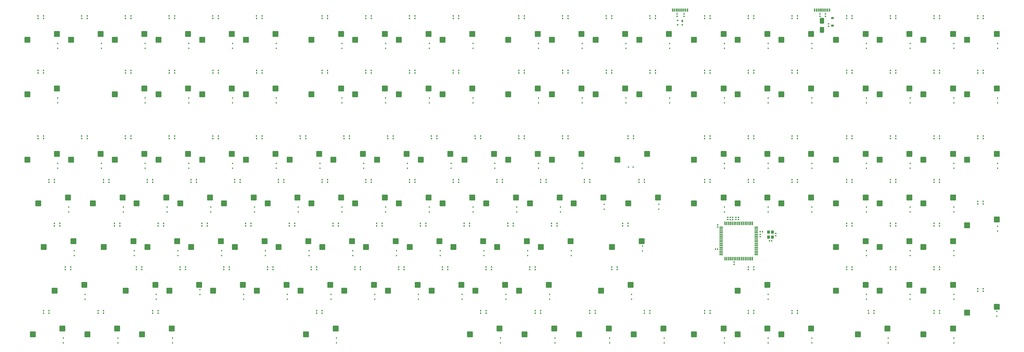
<source format=gbr>
%TF.GenerationSoftware,KiCad,Pcbnew,7.0.3*%
%TF.CreationDate,2023-05-19T09:12:57-04:00*%
%TF.ProjectId,100p-keebored,31303070-2d6b-4656-9562-6f7265642e6b,rev?*%
%TF.SameCoordinates,Original*%
%TF.FileFunction,Paste,Bot*%
%TF.FilePolarity,Positive*%
%FSLAX46Y46*%
G04 Gerber Fmt 4.6, Leading zero omitted, Abs format (unit mm)*
G04 Created by KiCad (PCBNEW 7.0.3) date 2023-05-19 09:12:57*
%MOMM*%
%LPD*%
G01*
G04 APERTURE LIST*
G04 Aperture macros list*
%AMRoundRect*
0 Rectangle with rounded corners*
0 $1 Rounding radius*
0 $2 $3 $4 $5 $6 $7 $8 $9 X,Y pos of 4 corners*
0 Add a 4 corners polygon primitive as box body*
4,1,4,$2,$3,$4,$5,$6,$7,$8,$9,$2,$3,0*
0 Add four circle primitives for the rounded corners*
1,1,$1+$1,$2,$3*
1,1,$1+$1,$4,$5*
1,1,$1+$1,$6,$7*
1,1,$1+$1,$8,$9*
0 Add four rect primitives between the rounded corners*
20,1,$1+$1,$2,$3,$4,$5,0*
20,1,$1+$1,$4,$5,$6,$7,0*
20,1,$1+$1,$6,$7,$8,$9,0*
20,1,$1+$1,$8,$9,$2,$3,0*%
G04 Aperture macros list end*
%ADD10RoundRect,0.250000X1.025000X1.000000X-1.025000X1.000000X-1.025000X-1.000000X1.025000X-1.000000X0*%
%ADD11RoundRect,0.112500X0.112500X-0.187500X0.112500X0.187500X-0.112500X0.187500X-0.112500X-0.187500X0*%
%ADD12RoundRect,0.118750X0.118750X0.231250X-0.118750X0.231250X-0.118750X-0.231250X0.118750X-0.231250X0*%
%ADD13RoundRect,0.125000X0.125000X0.225000X-0.125000X0.225000X-0.125000X-0.225000X0.125000X-0.225000X0*%
%ADD14RoundRect,0.118750X-0.118750X-0.231250X0.118750X-0.231250X0.118750X0.231250X-0.118750X0.231250X0*%
%ADD15RoundRect,0.125000X-0.125000X-0.225000X0.125000X-0.225000X0.125000X0.225000X-0.125000X0.225000X0*%
%ADD16RoundRect,0.135000X-0.185000X0.135000X-0.185000X-0.135000X0.185000X-0.135000X0.185000X0.135000X0*%
%ADD17RoundRect,0.147500X0.172500X-0.147500X0.172500X0.147500X-0.172500X0.147500X-0.172500X-0.147500X0*%
%ADD18RoundRect,0.135000X0.185000X-0.135000X0.185000X0.135000X-0.185000X0.135000X-0.185000X-0.135000X0*%
%ADD19RoundRect,0.140000X0.170000X-0.140000X0.170000X0.140000X-0.170000X0.140000X-0.170000X-0.140000X0*%
%ADD20RoundRect,0.140000X-0.170000X0.140000X-0.170000X-0.140000X0.170000X-0.140000X0.170000X0.140000X0*%
%ADD21R,0.700000X1.000000*%
%ADD22R,0.700000X0.600000*%
%ADD23RoundRect,0.140000X0.140000X0.170000X-0.140000X0.170000X-0.140000X-0.170000X0.140000X-0.170000X0*%
%ADD24R,0.600000X1.450000*%
%ADD25R,0.300000X1.450000*%
%ADD26R,0.550000X1.500000*%
%ADD27R,1.500000X0.550000*%
%ADD28RoundRect,0.135000X0.135000X0.185000X-0.135000X0.185000X-0.135000X-0.185000X0.135000X-0.185000X0*%
%ADD29RoundRect,0.250000X-0.650000X1.000000X-0.650000X-1.000000X0.650000X-1.000000X0.650000X1.000000X0*%
%ADD30RoundRect,0.225000X0.375000X-0.225000X0.375000X0.225000X-0.375000X0.225000X-0.375000X-0.225000X0*%
%ADD31R,1.200000X1.400000*%
%ADD32RoundRect,0.112500X-0.187500X-0.112500X0.187500X-0.112500X0.187500X0.112500X-0.187500X0.112500X0*%
G04 APERTURE END LIST*
D10*
%TO.C,SW10*%
X262736000Y-79044800D03*
X249809000Y-81584800D03*
%TD*%
%TO.C,SW127*%
X410373500Y-207632300D03*
X397446500Y-210172300D03*
%TD*%
%TO.C,SW96*%
X336554750Y-169532300D03*
X323627750Y-172072300D03*
%TD*%
%TO.C,SW78*%
X391323500Y-150482300D03*
X378396500Y-153022300D03*
%TD*%
%TO.C,SW115*%
X472286000Y-188582300D03*
X459359000Y-191122300D03*
%TD*%
%TO.C,SW73*%
X281786000Y-150482300D03*
X268859000Y-153022300D03*
%TD*%
%TO.C,SW50*%
X234161000Y-131432300D03*
X221234000Y-133972300D03*
%TD*%
%TO.C,SW69*%
X205586000Y-150482300D03*
X192659000Y-153022300D03*
%TD*%
%TO.C,SW19*%
X453236000Y-79044800D03*
X440309000Y-81584800D03*
%TD*%
%TO.C,SW125*%
X372273500Y-207632300D03*
X359346500Y-210172300D03*
%TD*%
%TO.C,SW76*%
X343698500Y-150482300D03*
X330771500Y-153022300D03*
%TD*%
%TO.C,SW4*%
X138911000Y-79044800D03*
X125984000Y-81584800D03*
%TD*%
%TO.C,SW51*%
X253211000Y-131432300D03*
X240284000Y-133972300D03*
%TD*%
%TO.C,SW12*%
X310361000Y-79044800D03*
X297434000Y-81584800D03*
%TD*%
%TO.C,SW71*%
X243686000Y-150482300D03*
X230759000Y-153022300D03*
%TD*%
%TO.C,SW126*%
X391323500Y-207632300D03*
X378396500Y-210172300D03*
%TD*%
%TO.C,SW119*%
X131767250Y-207632300D03*
X118840250Y-210172300D03*
%TD*%
%TO.C,SW107*%
X238923500Y-188582300D03*
X225996500Y-191122300D03*
%TD*%
%TO.C,SW27*%
X205586000Y-102857300D03*
X192659000Y-105397300D03*
%TD*%
%TO.C,SW48*%
X196061000Y-131432300D03*
X183134000Y-133972300D03*
%TD*%
%TO.C,SW81*%
X453236000Y-150482300D03*
X440309000Y-153022300D03*
%TD*%
%TO.C,SW24*%
X138911000Y-102857300D03*
X125984000Y-105397300D03*
%TD*%
%TO.C,SW62*%
X491336000Y-131432300D03*
X478409000Y-133972300D03*
%TD*%
%TO.C,SW23*%
X119861000Y-102857300D03*
X106934000Y-105397300D03*
%TD*%
%TO.C,SW88*%
X172248500Y-169532300D03*
X159321500Y-172072300D03*
%TD*%
%TO.C,SW105*%
X200823500Y-188582300D03*
X187896500Y-191122300D03*
%TD*%
%TO.C,SW8*%
X224636000Y-79044800D03*
X211709000Y-81584800D03*
%TD*%
%TO.C,SW117*%
X84142250Y-207632300D03*
X71215250Y-210172300D03*
%TD*%
%TO.C,SW79*%
X410373500Y-150482300D03*
X397446500Y-153022300D03*
%TD*%
%TO.C,SW66*%
X148436000Y-150482300D03*
X135509000Y-153022300D03*
%TD*%
%TO.C,SW30*%
X262736000Y-102857300D03*
X249809000Y-105397300D03*
%TD*%
%TO.C,SW87*%
X153198500Y-169532300D03*
X140271500Y-172072300D03*
%TD*%
%TO.C,SW68*%
X186536000Y-150482300D03*
X173609000Y-153022300D03*
%TD*%
%TO.C,SW15*%
X372273500Y-79044800D03*
X359346500Y-81584800D03*
%TD*%
%TO.C,SW25*%
X157961000Y-102857300D03*
X145034000Y-105397300D03*
%TD*%
%TO.C,SW89*%
X191298500Y-169532300D03*
X178371500Y-172072300D03*
%TD*%
%TO.C,SW39*%
X453236000Y-102857300D03*
X440309000Y-105397300D03*
%TD*%
%TO.C,SW102*%
X143673500Y-188582300D03*
X130746500Y-191122300D03*
%TD*%
%TO.C,SW70*%
X224636000Y-150482300D03*
X211709000Y-153022300D03*
%TD*%
%TO.C,SW77*%
X372273500Y-150482300D03*
X359346500Y-153022300D03*
%TD*%
%TO.C,SW59*%
X434186000Y-131432300D03*
X421259000Y-133972300D03*
%TD*%
%TO.C,SW114*%
X453236000Y-188582300D03*
X440309000Y-191122300D03*
%TD*%
%TO.C,SW11*%
X291311000Y-79044800D03*
X278384000Y-81584800D03*
%TD*%
%TO.C,SW22*%
X81761000Y-102857300D03*
X68834000Y-105397300D03*
%TD*%
%TO.C,SW61*%
X472286000Y-131432300D03*
X459359000Y-133972300D03*
%TD*%
%TO.C,SW6*%
X177011000Y-79044800D03*
X164084000Y-81584800D03*
%TD*%
%TO.C,SW97*%
X434186000Y-169532300D03*
X421259000Y-172072300D03*
%TD*%
%TO.C,SW21*%
X491336000Y-79044800D03*
X478409000Y-81584800D03*
%TD*%
%TO.C,SW29*%
X243686000Y-102857300D03*
X230759000Y-105397300D03*
%TD*%
%TO.C,SW63*%
X86523500Y-150482300D03*
X73596500Y-153022300D03*
%TD*%
%TO.C,SW124*%
X346079750Y-207632300D03*
X333152750Y-210172300D03*
%TD*%
%TO.C,SW17*%
X410373500Y-79044800D03*
X397446500Y-81584800D03*
%TD*%
%TO.C,SW49*%
X215111000Y-131432300D03*
X202184000Y-133972300D03*
%TD*%
%TO.C,SW122*%
X298454750Y-207632300D03*
X285527750Y-210172300D03*
%TD*%
%TO.C,SW16*%
X391323500Y-79044800D03*
X378396500Y-81584800D03*
%TD*%
%TO.C,SW120*%
X203204750Y-207632300D03*
X190277750Y-210172300D03*
%TD*%
%TO.C,SW26*%
X177011000Y-102857300D03*
X164084000Y-105397300D03*
%TD*%
%TO.C,SW82*%
X472286000Y-150482300D03*
X459359000Y-153022300D03*
%TD*%
%TO.C,SW58*%
X410373500Y-131432300D03*
X397446500Y-133972300D03*
%TD*%
%TO.C,SW86*%
X134148500Y-169532300D03*
X121221500Y-172072300D03*
%TD*%
%TO.C,SW84*%
X88904750Y-169532300D03*
X75977750Y-172072300D03*
%TD*%
%TO.C,SW37*%
X410373500Y-102857300D03*
X397446500Y-105397300D03*
%TD*%
%TO.C,SW90*%
X210348500Y-169532300D03*
X197421500Y-172072300D03*
%TD*%
%TO.C,SW9*%
X243686000Y-79044800D03*
X230759000Y-81584800D03*
%TD*%
%TO.C,SW18*%
X434186000Y-79044800D03*
X421259000Y-81584800D03*
%TD*%
%TO.C,SW35*%
X372273500Y-102857300D03*
X359346500Y-105397300D03*
%TD*%
%TO.C,SW34*%
X348461000Y-102857300D03*
X335534000Y-105397300D03*
%TD*%
%TO.C,SW121*%
X274642250Y-207632300D03*
X261715250Y-210172300D03*
%TD*%
%TO.C,SW46*%
X157961000Y-131432300D03*
X145034000Y-133972300D03*
%TD*%
%TO.C,SW74*%
X300836000Y-150482300D03*
X287909000Y-153022300D03*
%TD*%
%TO.C,SW47*%
X177011000Y-131432300D03*
X164084000Y-133972300D03*
%TD*%
%TO.C,SW80*%
X434186000Y-150482300D03*
X421259000Y-153022300D03*
%TD*%
%TO.C,SW32*%
X310361000Y-102857300D03*
X297434000Y-105397300D03*
%TD*%
%TO.C,SW110*%
X296073500Y-188582300D03*
X283146500Y-191122300D03*
%TD*%
%TO.C,SW2*%
X100811000Y-79044800D03*
X87884000Y-81584800D03*
%TD*%
%TO.C,SW129*%
X472286000Y-207632300D03*
X459359000Y-210172300D03*
%TD*%
%TO.C,SW123*%
X322267250Y-207632300D03*
X309340250Y-210172300D03*
%TD*%
%TO.C,SW98*%
X453236000Y-169532300D03*
X440309000Y-172072300D03*
%TD*%
%TO.C,SW95*%
X305598500Y-169532300D03*
X292671500Y-172072300D03*
%TD*%
%TO.C,SW14*%
X348461000Y-79044800D03*
X335534000Y-81584800D03*
%TD*%
%TO.C,SW57*%
X391323500Y-131432300D03*
X378396500Y-133972300D03*
%TD*%
%TO.C,SW104*%
X181773500Y-188582300D03*
X168846500Y-191122300D03*
%TD*%
%TO.C,SW13*%
X329411000Y-79044800D03*
X316484000Y-81584800D03*
%TD*%
%TO.C,SW112*%
X391323480Y-188582272D03*
X378396480Y-191122272D03*
%TD*%
%TO.C,SW100*%
X93667250Y-188582300D03*
X80740250Y-191122300D03*
%TD*%
%TO.C,SW99*%
X472286000Y-169532300D03*
X459359000Y-172072300D03*
%TD*%
%TO.C,SW45*%
X138911000Y-131432300D03*
X125984000Y-133972300D03*
%TD*%
%TO.C,SW5*%
X157961000Y-79044800D03*
X145034000Y-81584800D03*
%TD*%
%TO.C,SW94*%
X286548500Y-169532300D03*
X273621500Y-172072300D03*
%TD*%
%TO.C,SW101*%
X124623500Y-188582300D03*
X111696500Y-191122300D03*
%TD*%
%TO.C,SW56*%
X372273500Y-131432300D03*
X359346500Y-133972300D03*
%TD*%
%TO.C,SW28*%
X224636000Y-102857300D03*
X211709000Y-105397300D03*
%TD*%
%TO.C,SW43*%
X100811000Y-131432300D03*
X87884000Y-133972300D03*
%TD*%
%TO.C,SW31*%
X291311000Y-102857300D03*
X278384000Y-105397300D03*
%TD*%
%TO.C,SW52*%
X272261000Y-131432300D03*
X259334000Y-133972300D03*
%TD*%
%TO.C,SW103*%
X162723500Y-188582300D03*
X149796500Y-191122300D03*
%TD*%
%TO.C,SW91*%
X229398500Y-169532300D03*
X216471500Y-172072300D03*
%TD*%
%TO.C,SW36*%
X391323500Y-102857300D03*
X378396500Y-105397300D03*
%TD*%
%TO.C,SW44*%
X119861000Y-131432300D03*
X106934000Y-133972300D03*
%TD*%
%TO.C,SW111*%
X331792250Y-188582300D03*
X318865250Y-191122300D03*
%TD*%
%TO.C,SW85*%
X115098500Y-169532300D03*
X102171500Y-172072300D03*
%TD*%
%TO.C,SW54*%
X310361000Y-131432300D03*
X297434000Y-133972300D03*
%TD*%
%TO.C,SW41*%
X491336000Y-102857300D03*
X478409000Y-105397300D03*
%TD*%
%TO.C,SW93*%
X267498500Y-169532300D03*
X254571500Y-172072300D03*
%TD*%
%TO.C,SW118*%
X107954750Y-207632300D03*
X95027750Y-210172300D03*
%TD*%
%TO.C,SW75*%
X319886000Y-150482300D03*
X306959000Y-153022300D03*
%TD*%
%TO.C,SW55*%
X338936000Y-131432300D03*
X326009000Y-133972300D03*
%TD*%
%TO.C,SW42*%
X81761000Y-131432300D03*
X68834000Y-133972300D03*
%TD*%
%TO.C,SW109*%
X277023500Y-188582300D03*
X264096500Y-191122300D03*
%TD*%
%TO.C,SW83*%
X491336000Y-160007300D03*
X478409000Y-162547300D03*
%TD*%
%TO.C,SW72*%
X262736000Y-150482300D03*
X249809000Y-153022300D03*
%TD*%
%TO.C,SW20*%
X472286000Y-79044800D03*
X459359000Y-81584800D03*
%TD*%
%TO.C,SW128*%
X443711000Y-207632300D03*
X430784000Y-210172300D03*
%TD*%
%TO.C,SW67*%
X167486000Y-150482300D03*
X154559000Y-153022300D03*
%TD*%
%TO.C,SW53*%
X291311000Y-131432300D03*
X278384000Y-133972300D03*
%TD*%
%TO.C,SW92*%
X248448500Y-169532300D03*
X235521500Y-172072300D03*
%TD*%
%TO.C,SW108*%
X257973500Y-188582300D03*
X245046500Y-191122300D03*
%TD*%
%TO.C,SW1*%
X81761000Y-79044800D03*
X68834000Y-81584800D03*
%TD*%
%TO.C,SW3*%
X119861000Y-79044800D03*
X106934000Y-81584800D03*
%TD*%
%TO.C,SW113*%
X434186000Y-188582300D03*
X421259000Y-191122300D03*
%TD*%
%TO.C,SW65*%
X129386000Y-150482300D03*
X116459000Y-153022300D03*
%TD*%
%TO.C,SW60*%
X453236000Y-131432300D03*
X440309000Y-133972300D03*
%TD*%
%TO.C,SW33*%
X329411000Y-102857300D03*
X316484000Y-105397300D03*
%TD*%
%TO.C,SW64*%
X110336000Y-150482300D03*
X97409000Y-153022300D03*
%TD*%
%TO.C,SW40*%
X472286000Y-102857300D03*
X459359000Y-105397300D03*
%TD*%
%TO.C,SW116*%
X491336000Y-198107300D03*
X478409000Y-200647300D03*
%TD*%
%TO.C,SW106*%
X219873500Y-188582300D03*
X206946500Y-191122300D03*
%TD*%
%TO.C,SW38*%
X434186000Y-102857300D03*
X421259000Y-105397300D03*
%TD*%
%TO.C,SW7*%
X205586000Y-79044800D03*
X192659000Y-81584800D03*
%TD*%
D11*
%TO.C,D50*%
X234517224Y-137681276D03*
X234517224Y-135581276D03*
%TD*%
%TO.C,D16*%
X391679592Y-85293820D03*
X391679592Y-83193820D03*
%TD*%
%TO.C,D91*%
X229754728Y-175781244D03*
X229754728Y-173681244D03*
%TD*%
%TO.C,D6*%
X177367272Y-85293820D03*
X177367272Y-83193820D03*
%TD*%
%TO.C,D88*%
X172604776Y-175781244D03*
X172604776Y-173681244D03*
%TD*%
D12*
%TO.C,D250*%
X225888292Y-124679680D03*
X228263292Y-124679680D03*
X228263292Y-123579680D03*
D13*
X225875792Y-123579680D03*
%TD*%
D14*
%TO.C,D230*%
X323513212Y-95004704D03*
X321138212Y-95004704D03*
X321138212Y-96104704D03*
D15*
X323525712Y-96104704D03*
%TD*%
D11*
%TO.C,D77*%
X372629608Y-156731260D03*
X372629608Y-154631260D03*
%TD*%
D12*
%TO.C,D206*%
X168738340Y-72292224D03*
X171113340Y-72292224D03*
X171113340Y-71192224D03*
D13*
X168725840Y-71192224D03*
%TD*%
D14*
%TO.C,D312*%
X175875836Y-180729632D03*
X173500836Y-180729632D03*
X173500836Y-181829632D03*
D15*
X175888336Y-181829632D03*
%TD*%
D11*
%TO.C,D33*%
X329767144Y-109106300D03*
X329767144Y-107006300D03*
%TD*%
D16*
%TO.C,R5*%
X375159419Y-159040916D03*
X375159419Y-160060916D03*
%TD*%
D14*
%TO.C,D301*%
X466388092Y-180729632D03*
X464013092Y-180729632D03*
X464013092Y-181829632D03*
D15*
X466400592Y-181829632D03*
%TD*%
D11*
%TO.C,D35*%
X372629608Y-109106300D03*
X372629608Y-107006300D03*
%TD*%
D12*
%TO.C,D204*%
X130638372Y-72292224D03*
X133013372Y-72292224D03*
X133013372Y-71192224D03*
D13*
X130625872Y-71192224D03*
%TD*%
D12*
%TO.C,D260*%
X444963108Y-124679680D03*
X447338108Y-124679680D03*
X447338108Y-123579680D03*
D13*
X444950608Y-123579680D03*
%TD*%
D11*
%TO.C,D129*%
X472642024Y-213881212D03*
X472642024Y-211781212D03*
%TD*%
%TO.C,D63*%
X86879848Y-156731260D03*
X86879848Y-154631260D03*
%TD*%
D14*
%TO.C,D228*%
X366375676Y-95004704D03*
X364000676Y-95004704D03*
X364000676Y-96104704D03*
D15*
X366388176Y-96104704D03*
%TD*%
D11*
%TO.C,D118*%
X108311080Y-213881212D03*
X108311080Y-211781212D03*
%TD*%
D14*
%TO.C,D274*%
X256838268Y-142629664D03*
X254463268Y-142629664D03*
X254463268Y-143729664D03*
D15*
X256850768Y-143729664D03*
%TD*%
D12*
%TO.C,D286*%
X125875876Y-162779648D03*
X128250876Y-162779648D03*
X128250876Y-161679648D03*
D13*
X125863376Y-161679648D03*
%TD*%
D11*
%TO.C,D42*%
X82117352Y-137681276D03*
X82117352Y-135581276D03*
%TD*%
%TO.C,D102*%
X144029800Y-192747636D03*
X144029800Y-190647636D03*
%TD*%
D12*
%TO.C,D324*%
X337806948Y-200879616D03*
X340181948Y-200879616D03*
X340181948Y-199779616D03*
D13*
X337794448Y-199779616D03*
%TD*%
D11*
%TO.C,D120*%
X203561000Y-213881212D03*
X203561000Y-211781212D03*
%TD*%
D12*
%TO.C,D246*%
X149688356Y-124679680D03*
X152063356Y-124679680D03*
X152063356Y-123579680D03*
D13*
X149675856Y-123579680D03*
%TD*%
D12*
%TO.C,D242*%
X73488420Y-124679680D03*
X75863420Y-124679680D03*
X75863420Y-123579680D03*
D13*
X73475920Y-123579680D03*
%TD*%
D11*
%TO.C,D62*%
X491692008Y-137681276D03*
X491692008Y-135581276D03*
%TD*%
D12*
%TO.C,D292*%
X240175780Y-162779648D03*
X242550780Y-162779648D03*
X242550780Y-161679648D03*
D13*
X240163280Y-161679648D03*
%TD*%
D11*
%TO.C,D24*%
X139267304Y-109106300D03*
X139267304Y-107006300D03*
%TD*%
D17*
%TO.C,F1*%
X418058600Y-75669000D03*
X418058600Y-74699000D03*
%TD*%
D11*
%TO.C,D2*%
X101167336Y-85293820D03*
X101167336Y-83193820D03*
%TD*%
%TO.C,D48*%
X196417256Y-137681276D03*
X196417256Y-135581276D03*
%TD*%
%TO.C,D123*%
X322623400Y-213881212D03*
X322623400Y-211781212D03*
%TD*%
%TO.C,D115*%
X472642024Y-194831228D03*
X472642024Y-192731228D03*
%TD*%
D14*
%TO.C,D305*%
X325894460Y-180729632D03*
X323519460Y-180729632D03*
X323519460Y-181829632D03*
D15*
X325906960Y-181829632D03*
%TD*%
D18*
%TO.C,R6*%
X376892911Y-179570788D03*
X376892911Y-178550788D03*
%TD*%
D11*
%TO.C,D125*%
X372629608Y-213881212D03*
X372629608Y-211781212D03*
%TD*%
%TO.C,D43*%
X101167336Y-137681276D03*
X101167336Y-135581276D03*
%TD*%
D14*
%TO.C,D236*%
X199688316Y-95004704D03*
X197313316Y-95004704D03*
X197313316Y-96104704D03*
D15*
X199700816Y-96104704D03*
%TD*%
D11*
%TO.C,D126*%
X391679592Y-213881212D03*
X391679592Y-211781212D03*
%TD*%
D14*
%TO.C,D304*%
X385425660Y-180729632D03*
X383050660Y-180729632D03*
X383050660Y-181829632D03*
D15*
X385438160Y-181829632D03*
%TD*%
D11*
%TO.C,D128*%
X444067048Y-213881212D03*
X444067048Y-211781212D03*
%TD*%
%TO.C,D69*%
X205942248Y-156731260D03*
X205942248Y-154631260D03*
%TD*%
%TO.C,D82*%
X472642024Y-156731260D03*
X472642024Y-154631260D03*
%TD*%
D14*
%TO.C,D275*%
X237788284Y-142629664D03*
X235413284Y-142629664D03*
X235413284Y-143729664D03*
D15*
X237800784Y-143729664D03*
%TD*%
D11*
%TO.C,D28*%
X224992232Y-109106300D03*
X224992232Y-107006300D03*
%TD*%
D19*
%TO.C,C1*%
X394967220Y-167104000D03*
X394967220Y-166144000D03*
%TD*%
D11*
%TO.C,D26*%
X177367272Y-109106300D03*
X177367272Y-107006300D03*
%TD*%
%TO.C,D112*%
X391679592Y-194831228D03*
X391679592Y-192731228D03*
%TD*%
D19*
%TO.C,C4*%
X374117623Y-160030916D03*
X374117623Y-159070916D03*
%TD*%
D14*
%TO.C,D279*%
X161588348Y-142629664D03*
X159213348Y-142629664D03*
X159213348Y-143729664D03*
D15*
X161600848Y-143729664D03*
%TD*%
D11*
%TO.C,D22*%
X82117352Y-109106300D03*
X82117352Y-107006300D03*
%TD*%
D12*
%TO.C,D262*%
X483063076Y-124679680D03*
X485438076Y-124679680D03*
X485438076Y-123579680D03*
D13*
X483050576Y-123579680D03*
%TD*%
D20*
%TO.C,C8*%
X377689495Y-159070916D03*
X377689495Y-160030916D03*
%TD*%
D11*
%TO.C,D96*%
X336910888Y-173697652D03*
X336910888Y-171597652D03*
%TD*%
D12*
%TO.C,D257*%
X383050660Y-124679680D03*
X385425660Y-124679680D03*
X385425660Y-123579680D03*
D13*
X383038160Y-123579680D03*
%TD*%
D12*
%TO.C,D291*%
X221125796Y-162779648D03*
X223500796Y-162779648D03*
X223500796Y-161679648D03*
D13*
X221113296Y-161679648D03*
%TD*%
D11*
%TO.C,D114*%
X453592040Y-194831228D03*
X453592040Y-192731228D03*
%TD*%
D14*
%TO.C,D270*%
X337800700Y-142629664D03*
X335425700Y-142629664D03*
X335425700Y-143729664D03*
D15*
X337813200Y-143729664D03*
%TD*%
D14*
%TO.C,D232*%
X285413244Y-95004704D03*
X283038244Y-95004704D03*
X283038244Y-96104704D03*
D15*
X285425744Y-96104704D03*
%TD*%
D12*
%TO.C,D220*%
X464013092Y-72292224D03*
X466388092Y-72292224D03*
X466388092Y-71192224D03*
D13*
X464000592Y-71192224D03*
%TD*%
D12*
%TO.C,D217*%
X402100644Y-72292224D03*
X404475644Y-72292224D03*
X404475644Y-71192224D03*
D13*
X402088144Y-71192224D03*
%TD*%
D11*
%TO.C,D3*%
X120217320Y-85293820D03*
X120217320Y-83193820D03*
%TD*%
D14*
%TO.C,D272*%
X294938236Y-142629664D03*
X292563236Y-142629664D03*
X292563236Y-143729664D03*
D15*
X294950736Y-143729664D03*
%TD*%
D11*
%TO.C,D103*%
X163079784Y-194831228D03*
X163079784Y-192731228D03*
%TD*%
D12*
%TO.C,D327*%
X402100644Y-200879616D03*
X404475644Y-200879616D03*
X404475644Y-199779616D03*
D13*
X402088144Y-199779616D03*
%TD*%
D11*
%TO.C,D23*%
X120217320Y-109106300D03*
X120217320Y-107006300D03*
%TD*%
D12*
%TO.C,D245*%
X130638372Y-124679680D03*
X133013372Y-124679680D03*
X133013372Y-123579680D03*
D13*
X130625872Y-123579680D03*
%TD*%
D21*
%TO.C,D200*%
X354282250Y-73373550D03*
D22*
X354282250Y-75073550D03*
X352282250Y-75073550D03*
X352282250Y-73173550D03*
%TD*%
D11*
%TO.C,D73*%
X282142184Y-156731260D03*
X282142184Y-154631260D03*
%TD*%
D14*
%TO.C,D240*%
X113963388Y-95004704D03*
X111588388Y-95004704D03*
X111588388Y-96104704D03*
D15*
X113975888Y-96104704D03*
%TD*%
D12*
%TO.C,D252*%
X263988260Y-124679680D03*
X266363260Y-124679680D03*
X266363260Y-123579680D03*
D13*
X263975760Y-123579680D03*
%TD*%
D11*
%TO.C,D104*%
X182129768Y-194831228D03*
X182129768Y-192731228D03*
%TD*%
D14*
%TO.C,D306*%
X290175740Y-180729632D03*
X287800740Y-180729632D03*
X287800740Y-181829632D03*
D15*
X290188240Y-181829632D03*
%TD*%
D14*
%TO.C,D303*%
X428288124Y-180729632D03*
X425913124Y-180729632D03*
X425913124Y-181829632D03*
D15*
X428300624Y-181829632D03*
%TD*%
D11*
%TO.C,D44*%
X120217320Y-137681276D03*
X120217320Y-135581276D03*
%TD*%
D12*
%TO.C,D293*%
X259225764Y-162779648D03*
X261600764Y-162779648D03*
X261600764Y-161679648D03*
D13*
X259213264Y-161679648D03*
%TD*%
D11*
%TO.C,D40*%
X472642024Y-109106300D03*
X472642024Y-107006300D03*
%TD*%
%TO.C,D45*%
X139267304Y-137681276D03*
X139267304Y-135581276D03*
%TD*%
%TO.C,D81*%
X453592040Y-156731260D03*
X453592040Y-154631260D03*
%TD*%
%TO.C,D111*%
X332148392Y-194831228D03*
X332148392Y-192731228D03*
%TD*%
%TO.C,D7*%
X205942248Y-85293820D03*
X205942248Y-83193820D03*
%TD*%
D12*
%TO.C,D244*%
X111588388Y-124679680D03*
X113963388Y-124679680D03*
X113963388Y-123579680D03*
D13*
X111575888Y-123579680D03*
%TD*%
D12*
%TO.C,D202*%
X92538436Y-72292224D03*
X94913436Y-72292224D03*
X94913436Y-71192224D03*
D13*
X92525936Y-71192224D03*
%TD*%
D16*
%TO.C,R4*%
X376201215Y-159040916D03*
X376201215Y-160060916D03*
%TD*%
D11*
%TO.C,D19*%
X453592040Y-85293820D03*
X453592040Y-83193820D03*
%TD*%
D14*
%TO.C,D264*%
X466388092Y-142629664D03*
X464013092Y-142629664D03*
X464013092Y-143729664D03*
D15*
X466400592Y-143729664D03*
%TD*%
D14*
%TO.C,D307*%
X271125756Y-180729632D03*
X268750756Y-180729632D03*
X268750756Y-181829632D03*
D15*
X271138256Y-181829632D03*
%TD*%
D14*
%TO.C,D226*%
X404475644Y-95004704D03*
X402100644Y-95004704D03*
X402100644Y-96104704D03*
D15*
X404488144Y-96104704D03*
%TD*%
D11*
%TO.C,D41*%
X491692008Y-109106300D03*
X491692008Y-107006300D03*
%TD*%
D12*
%TO.C,D205*%
X149688356Y-72292224D03*
X152063356Y-72292224D03*
X152063356Y-71192224D03*
D13*
X149675856Y-71192224D03*
%TD*%
D11*
%TO.C,D49*%
X215467240Y-137681276D03*
X215467240Y-135581276D03*
%TD*%
%TO.C,D67*%
X167842280Y-156731260D03*
X167842280Y-154631260D03*
%TD*%
%TO.C,D74*%
X301192168Y-156731260D03*
X301192168Y-154631260D03*
%TD*%
D12*
%TO.C,D247*%
X168738340Y-124679680D03*
X171113340Y-124679680D03*
X171113340Y-123579680D03*
D13*
X168725840Y-123579680D03*
%TD*%
D11*
%TO.C,D85*%
X115454824Y-175781244D03*
X115454824Y-173681244D03*
%TD*%
D14*
%TO.C,D266*%
X428288124Y-142629664D03*
X425913124Y-142629664D03*
X425913124Y-143729664D03*
D15*
X428300624Y-143729664D03*
%TD*%
D23*
%TO.C,C7*%
X369686299Y-172945436D03*
X368726299Y-172945436D03*
%TD*%
D14*
%TO.C,D224*%
X447338108Y-95004704D03*
X444963108Y-95004704D03*
X444963108Y-96104704D03*
D15*
X447350608Y-96104704D03*
%TD*%
D11*
%TO.C,D66*%
X148792296Y-156731260D03*
X148792296Y-154631260D03*
%TD*%
D14*
%TO.C,D223*%
X466388092Y-95004704D03*
X464013092Y-95004704D03*
X464013092Y-96104704D03*
D15*
X466400592Y-96104704D03*
%TD*%
D11*
%TO.C,D10*%
X263092200Y-85293820D03*
X263092200Y-83193820D03*
%TD*%
%TO.C,D70*%
X224992232Y-156731260D03*
X224992232Y-154631260D03*
%TD*%
%TO.C,D99*%
X472642024Y-175781244D03*
X472642024Y-173681244D03*
%TD*%
D14*
%TO.C,D271*%
X313988220Y-142629664D03*
X311613220Y-142629664D03*
X311613220Y-143729664D03*
D15*
X314000720Y-143729664D03*
%TD*%
D11*
%TO.C,D57*%
X391679592Y-137681276D03*
X391679592Y-135581276D03*
%TD*%
%TO.C,D15*%
X372629608Y-85293820D03*
X372629608Y-83193820D03*
%TD*%
D12*
%TO.C,D248*%
X187788324Y-124679680D03*
X190163324Y-124679680D03*
X190163324Y-123579680D03*
D13*
X187775824Y-123579680D03*
%TD*%
D14*
%TO.C,D269*%
X366375676Y-142629664D03*
X364000676Y-142629664D03*
X364000676Y-143729664D03*
D15*
X366388176Y-143729664D03*
%TD*%
D12*
%TO.C,D325*%
X364000676Y-200879616D03*
X366375676Y-200879616D03*
X366375676Y-199779616D03*
D13*
X363988176Y-199779616D03*
%TD*%
D16*
%TO.C,R3*%
X355036000Y-70332300D03*
X355036000Y-71352300D03*
%TD*%
D11*
%TO.C,D116*%
X491394352Y-202272628D03*
X491394352Y-200172628D03*
%TD*%
%TO.C,D18*%
X434542056Y-85293820D03*
X434542056Y-83193820D03*
%TD*%
D14*
%TO.C,D309*%
X233025788Y-180729632D03*
X230650788Y-180729632D03*
X230650788Y-181829632D03*
D15*
X233038288Y-181829632D03*
%TD*%
D14*
%TO.C,D315*%
X118725884Y-180729632D03*
X116350884Y-180729632D03*
X116350884Y-181829632D03*
D15*
X118738384Y-181829632D03*
%TD*%
D11*
%TO.C,D9*%
X244042216Y-85293820D03*
X244042216Y-83193820D03*
%TD*%
%TO.C,D124*%
X346435880Y-213881212D03*
X346435880Y-211781212D03*
%TD*%
D12*
%TO.C,D208*%
X216363300Y-72292224D03*
X218738300Y-72292224D03*
X218738300Y-71192224D03*
D13*
X216350800Y-71192224D03*
%TD*%
D11*
%TO.C,D39*%
X453592040Y-109106300D03*
X453592040Y-107006300D03*
%TD*%
D12*
%TO.C,D254*%
X302088228Y-124679680D03*
X304463228Y-124679680D03*
X304463228Y-123579680D03*
D13*
X302075728Y-123579680D03*
%TD*%
D11*
%TO.C,D32*%
X310717160Y-109106300D03*
X310717160Y-107006300D03*
%TD*%
%TO.C,D110*%
X296429672Y-194831228D03*
X296429672Y-192731228D03*
%TD*%
%TO.C,D127*%
X410729576Y-213881212D03*
X410729576Y-211781212D03*
%TD*%
D12*
%TO.C,D258*%
X402100644Y-124679680D03*
X404475644Y-124679680D03*
X404475644Y-123579680D03*
D13*
X402088144Y-123579680D03*
%TD*%
D11*
%TO.C,D34*%
X348817128Y-109106300D03*
X348817128Y-107006300D03*
%TD*%
%TO.C,D36*%
X391679592Y-109106300D03*
X391679592Y-107006300D03*
%TD*%
D14*
%TO.C,D233*%
X256838268Y-95004704D03*
X254463268Y-95004704D03*
X254463268Y-96104704D03*
D15*
X256850768Y-96104704D03*
%TD*%
D12*
%TO.C,D294*%
X278275748Y-162779648D03*
X280650748Y-162779648D03*
X280650748Y-161679648D03*
D13*
X278263248Y-161679648D03*
%TD*%
D12*
%TO.C,D243*%
X92538404Y-124679680D03*
X94913404Y-124679680D03*
X94913404Y-123579680D03*
D13*
X92525904Y-123579680D03*
%TD*%
D12*
%TO.C,D253*%
X283038244Y-124679680D03*
X285413244Y-124679680D03*
X285413244Y-123579680D03*
D13*
X283025744Y-123579680D03*
%TD*%
D12*
%TO.C,D207*%
X197313316Y-72292224D03*
X199688316Y-72292224D03*
X199688316Y-71192224D03*
D13*
X197300816Y-71192224D03*
%TD*%
D14*
%TO.C,D231*%
X304463228Y-95004704D03*
X302088228Y-95004704D03*
X302088228Y-96104704D03*
D15*
X304475728Y-96104704D03*
%TD*%
D12*
%TO.C,D326*%
X383050660Y-200879616D03*
X385425660Y-200879616D03*
X385425660Y-199779616D03*
D13*
X383038160Y-199779616D03*
%TD*%
D11*
%TO.C,D76*%
X344054632Y-155540636D03*
X344054632Y-153440636D03*
%TD*%
D14*
%TO.C,D280*%
X142538364Y-142629664D03*
X140163364Y-142629664D03*
X140163364Y-143729664D03*
D15*
X142550864Y-143729664D03*
%TD*%
D14*
%TO.C,D316*%
X87769660Y-180729632D03*
X85394660Y-180729632D03*
X85394660Y-181829632D03*
D15*
X87782160Y-181829632D03*
%TD*%
D11*
%TO.C,D14*%
X348817128Y-85293820D03*
X348817128Y-83193820D03*
%TD*%
D12*
%TO.C,D218*%
X425913124Y-72292224D03*
X428288124Y-72292224D03*
X428288124Y-71192224D03*
D13*
X425900624Y-71192224D03*
%TD*%
D14*
%TO.C,D267*%
X404475644Y-142629664D03*
X402100644Y-142629664D03*
X402100644Y-143729664D03*
D15*
X404488144Y-143729664D03*
%TD*%
D14*
%TO.C,D238*%
X152063356Y-95004704D03*
X149688356Y-95004704D03*
X149688356Y-96104704D03*
D15*
X152075856Y-96104704D03*
%TD*%
D14*
%TO.C,D314*%
X137775868Y-180729632D03*
X135400868Y-180729632D03*
X135400868Y-181829632D03*
D15*
X137788368Y-181829632D03*
%TD*%
D19*
%TO.C,C6*%
X378731291Y-160030916D03*
X378731291Y-159070916D03*
%TD*%
D24*
%TO.C,J3*%
X411944750Y-68643550D03*
X412744750Y-68643550D03*
D25*
X413944750Y-68643550D03*
X414944750Y-68643550D03*
X415444750Y-68643550D03*
X416444750Y-68643550D03*
D24*
X417644750Y-68643550D03*
X418444750Y-68643550D03*
X418444750Y-68643550D03*
X417644750Y-68643550D03*
D25*
X416944750Y-68643550D03*
X415944750Y-68643550D03*
X414444750Y-68643550D03*
X413444750Y-68643550D03*
D24*
X412744750Y-68643550D03*
X411944750Y-68643550D03*
%TD*%
D12*
%TO.C,D290*%
X202075812Y-162779648D03*
X204450812Y-162779648D03*
X204450812Y-161679648D03*
D13*
X202063312Y-161679648D03*
%TD*%
D12*
%TO.C,D319*%
X123494628Y-200879616D03*
X125869628Y-200879616D03*
X125869628Y-199779616D03*
D13*
X123482128Y-199779616D03*
%TD*%
D12*
%TO.C,D329*%
X464013092Y-200879616D03*
X466388092Y-200879616D03*
X466388092Y-199779616D03*
D13*
X464000592Y-199779616D03*
%TD*%
D14*
%TO.C,D237*%
X171113340Y-95004704D03*
X168738340Y-95004704D03*
X168738340Y-96104704D03*
D15*
X171125840Y-96104704D03*
%TD*%
D11*
%TO.C,D84*%
X89261096Y-175781244D03*
X89261096Y-173681244D03*
%TD*%
%TO.C,D52*%
X272617192Y-137681276D03*
X272617192Y-135581276D03*
%TD*%
D12*
%TO.C,D299*%
X464013092Y-162779648D03*
X466388092Y-162779648D03*
X466388092Y-161679648D03*
D13*
X464000592Y-161679648D03*
%TD*%
D14*
%TO.C,D235*%
X218738300Y-95004704D03*
X216363300Y-95004704D03*
X216363300Y-96104704D03*
D15*
X218750800Y-96104704D03*
%TD*%
D11*
%TO.C,D51*%
X253567208Y-137681276D03*
X253567208Y-135581276D03*
%TD*%
%TO.C,D90*%
X210704744Y-175781244D03*
X210704744Y-173681244D03*
%TD*%
D14*
%TO.C,D277*%
X199688316Y-142629664D03*
X197313316Y-142629664D03*
X197313316Y-143729664D03*
D15*
X199700816Y-143729664D03*
%TD*%
D11*
%TO.C,D12*%
X310717160Y-85293820D03*
X310717160Y-83193820D03*
%TD*%
%TO.C,D108*%
X258329704Y-194831228D03*
X258329704Y-192731228D03*
%TD*%
%TO.C,D37*%
X410729576Y-109106300D03*
X410729576Y-107006300D03*
%TD*%
%TO.C,D86*%
X134504808Y-175781244D03*
X134504808Y-173681244D03*
%TD*%
%TO.C,D72*%
X263092200Y-156731260D03*
X263092200Y-154631260D03*
%TD*%
D12*
%TO.C,D212*%
X302088228Y-72292224D03*
X304463228Y-72292224D03*
X304463228Y-71192224D03*
D13*
X302075728Y-71192224D03*
%TD*%
D14*
%TO.C,D310*%
X213975804Y-180729632D03*
X211600804Y-180729632D03*
X211600804Y-181829632D03*
D15*
X213988304Y-181829632D03*
%TD*%
D16*
%TO.C,R7*%
X414301448Y-70339300D03*
X414301448Y-71359300D03*
%TD*%
D11*
%TO.C,D79*%
X410729576Y-156731260D03*
X410729576Y-154631260D03*
%TD*%
D12*
%TO.C,D289*%
X183025828Y-162779648D03*
X185400828Y-162779648D03*
X185400828Y-161679648D03*
D13*
X183013328Y-161679648D03*
%TD*%
D11*
%TO.C,D47*%
X177367272Y-137681276D03*
X177367272Y-135581276D03*
%TD*%
%TO.C,D83*%
X491692008Y-165065628D03*
X491692008Y-162965628D03*
%TD*%
%TO.C,D117*%
X84498600Y-213881212D03*
X84498600Y-211781212D03*
%TD*%
D12*
%TO.C,D259*%
X425913124Y-124679680D03*
X428288124Y-124679680D03*
X428288124Y-123579680D03*
D13*
X425900624Y-123579680D03*
%TD*%
D24*
%TO.C,J2*%
X350032250Y-68643550D03*
X350832250Y-68643550D03*
D25*
X352032250Y-68643550D03*
X353032250Y-68643550D03*
X353532250Y-68643550D03*
X354532250Y-68643550D03*
D24*
X355732250Y-68643550D03*
X356532250Y-68643550D03*
X356532250Y-68643550D03*
X355732250Y-68643550D03*
D25*
X355032250Y-68643550D03*
X354032250Y-68643550D03*
X352532250Y-68643550D03*
X351532250Y-68643550D03*
D24*
X350832250Y-68643550D03*
X350032250Y-68643550D03*
%TD*%
D11*
%TO.C,D60*%
X453592040Y-137681276D03*
X453592040Y-135581276D03*
%TD*%
D12*
%TO.C,D216*%
X383050660Y-72292224D03*
X385425660Y-72292224D03*
X385425660Y-71192224D03*
D13*
X383038160Y-71192224D03*
%TD*%
D11*
%TO.C,D5*%
X158317288Y-85293820D03*
X158317288Y-83193820D03*
%TD*%
D14*
%TO.C,D263*%
X485438076Y-152154656D03*
X483063076Y-152154656D03*
X483063076Y-153254656D03*
D15*
X485450576Y-153254656D03*
%TD*%
D14*
%TO.C,D311*%
X194925820Y-180729632D03*
X192550820Y-180729632D03*
X192550820Y-181829632D03*
D15*
X194938320Y-181829632D03*
%TD*%
D12*
%TO.C,D215*%
X364000676Y-72292224D03*
X366375676Y-72292224D03*
X366375676Y-71192224D03*
D13*
X363988176Y-71192224D03*
%TD*%
D12*
%TO.C,D297*%
X425913124Y-162779648D03*
X428288124Y-162779648D03*
X428288124Y-161679648D03*
D13*
X425900624Y-161679648D03*
%TD*%
D12*
%TO.C,D201*%
X73488420Y-72292224D03*
X75863420Y-72292224D03*
X75863420Y-71192224D03*
D13*
X73475920Y-71192224D03*
%TD*%
D26*
%TO.C,U1*%
X372880703Y-161673564D03*
X373680703Y-161673564D03*
X374480703Y-161673564D03*
X375280703Y-161673564D03*
X376080703Y-161673564D03*
X376880703Y-161673564D03*
X377680703Y-161673564D03*
X378480703Y-161673564D03*
X379280703Y-161673564D03*
X380080703Y-161673564D03*
X380880703Y-161673564D03*
X381680703Y-161673564D03*
X382480703Y-161673564D03*
X383280703Y-161673564D03*
X384080703Y-161673564D03*
X384880703Y-161673564D03*
D27*
X386580703Y-163373564D03*
X386580703Y-164173564D03*
X386580703Y-164973564D03*
X386580703Y-165773564D03*
X386580703Y-166573564D03*
X386580703Y-167373564D03*
X386580703Y-168173564D03*
X386580703Y-168973564D03*
X386580703Y-169773564D03*
X386580703Y-170573564D03*
X386580703Y-171373564D03*
X386580703Y-172173564D03*
X386580703Y-172973564D03*
X386580703Y-173773564D03*
X386580703Y-174573564D03*
X386580703Y-175373564D03*
D26*
X384880703Y-177073564D03*
X384080703Y-177073564D03*
X383280703Y-177073564D03*
X382480703Y-177073564D03*
X381680703Y-177073564D03*
X380880703Y-177073564D03*
X380080703Y-177073564D03*
X379280703Y-177073564D03*
X378480703Y-177073564D03*
X377680703Y-177073564D03*
X376880703Y-177073564D03*
X376080703Y-177073564D03*
X375280703Y-177073564D03*
X374480703Y-177073564D03*
X373680703Y-177073564D03*
X372880703Y-177073564D03*
D27*
X371180703Y-175373564D03*
X371180703Y-174573564D03*
X371180703Y-173773564D03*
X371180703Y-172973564D03*
X371180703Y-172173564D03*
X371180703Y-171373564D03*
X371180703Y-170573564D03*
X371180703Y-169773564D03*
X371180703Y-168973564D03*
X371180703Y-168173564D03*
X371180703Y-167373564D03*
X371180703Y-166573564D03*
X371180703Y-165773564D03*
X371180703Y-164973564D03*
X371180703Y-164173564D03*
X371180703Y-163373564D03*
%TD*%
D11*
%TO.C,D53*%
X291667176Y-137681276D03*
X291667176Y-135581276D03*
%TD*%
%TO.C,D46*%
X158317288Y-137681276D03*
X158317288Y-135581276D03*
%TD*%
D20*
%TO.C,C5*%
X388239000Y-166550400D03*
X388239000Y-167510400D03*
%TD*%
D11*
%TO.C,D56*%
X372629608Y-137681276D03*
X372629608Y-135581276D03*
%TD*%
%TO.C,D31*%
X291667176Y-109106300D03*
X291667176Y-107006300D03*
%TD*%
%TO.C,D121*%
X274998440Y-213881212D03*
X274998440Y-211781212D03*
%TD*%
D12*
%TO.C,D285*%
X106825892Y-162779648D03*
X109200892Y-162779648D03*
X109200892Y-161679648D03*
D13*
X106813392Y-161679648D03*
%TD*%
D16*
%TO.C,R2*%
X352036000Y-70332300D03*
X352036000Y-71352300D03*
%TD*%
D14*
%TO.C,D273*%
X275888252Y-142629664D03*
X273513252Y-142629664D03*
X273513252Y-143729664D03*
D15*
X275900752Y-143729664D03*
%TD*%
D12*
%TO.C,D322*%
X290181988Y-200879616D03*
X292556988Y-200879616D03*
X292556988Y-199779616D03*
D13*
X290169488Y-199779616D03*
%TD*%
D11*
%TO.C,D92*%
X248804712Y-175781244D03*
X248804712Y-173681244D03*
%TD*%
%TO.C,D106*%
X220229736Y-194831228D03*
X220229736Y-192731228D03*
%TD*%
D12*
%TO.C,D296*%
X328281956Y-162779648D03*
X330656956Y-162779648D03*
X330656956Y-161679648D03*
D13*
X328269456Y-161679648D03*
%TD*%
D12*
%TO.C,D203*%
X111588388Y-72292224D03*
X113963388Y-72292224D03*
X113963388Y-71192224D03*
D13*
X111575888Y-71192224D03*
%TD*%
D14*
%TO.C,D227*%
X385425660Y-95004704D03*
X383050660Y-95004704D03*
X383050660Y-96104704D03*
D15*
X385438160Y-96104704D03*
%TD*%
D14*
%TO.C,D225*%
X428288124Y-95004704D03*
X425913124Y-95004704D03*
X425913124Y-96104704D03*
D15*
X428300624Y-96104704D03*
%TD*%
D28*
%TO.C,R1*%
X389212767Y-165355208D03*
X388192767Y-165355208D03*
%TD*%
D12*
%TO.C,D328*%
X435438116Y-200879616D03*
X437813116Y-200879616D03*
X437813116Y-199779616D03*
D13*
X435425616Y-199779616D03*
%TD*%
D14*
%TO.C,D281*%
X123488380Y-142629664D03*
X121113380Y-142629664D03*
X121113380Y-143729664D03*
D15*
X123500880Y-143729664D03*
%TD*%
D14*
%TO.C,D268*%
X385425660Y-142629664D03*
X383050660Y-142629664D03*
X383050660Y-143729664D03*
D15*
X385438160Y-143729664D03*
%TD*%
D11*
%TO.C,D13*%
X329767144Y-85293820D03*
X329767144Y-83193820D03*
%TD*%
%TO.C,D64*%
X110692328Y-156731260D03*
X110692328Y-154631260D03*
%TD*%
D14*
%TO.C,D313*%
X156825852Y-180729632D03*
X154450852Y-180729632D03*
X154450852Y-181829632D03*
D15*
X156838352Y-181829632D03*
%TD*%
D12*
%TO.C,D249*%
X206838308Y-124679680D03*
X209213308Y-124679680D03*
X209213308Y-123579680D03*
D13*
X206825808Y-123579680D03*
%TD*%
D11*
%TO.C,D97*%
X434542056Y-175781244D03*
X434542056Y-173681244D03*
%TD*%
D14*
%TO.C,D302*%
X447338108Y-180729632D03*
X444963108Y-180729632D03*
X444963108Y-181829632D03*
D15*
X447350608Y-181829632D03*
%TD*%
D12*
%TO.C,D211*%
X283038244Y-72292224D03*
X285413244Y-72292224D03*
X285413244Y-71192224D03*
D13*
X283025744Y-71192224D03*
%TD*%
D16*
%TO.C,R8*%
X416682696Y-70339300D03*
X416682696Y-71359300D03*
%TD*%
D12*
%TO.C,D317*%
X75869668Y-200879616D03*
X78244668Y-200879616D03*
X78244668Y-199779616D03*
D13*
X75857168Y-199779616D03*
%TD*%
D11*
%TO.C,D8*%
X224992232Y-85293820D03*
X224992232Y-83193820D03*
%TD*%
%TO.C,D65*%
X129742312Y-156731260D03*
X129742312Y-154631260D03*
%TD*%
D12*
%TO.C,D209*%
X235413284Y-72292224D03*
X237788284Y-72292224D03*
X237788284Y-71192224D03*
D13*
X235400784Y-71192224D03*
%TD*%
D11*
%TO.C,D87*%
X153554792Y-175781244D03*
X153554792Y-173681244D03*
%TD*%
%TO.C,D107*%
X239279720Y-194831228D03*
X239279720Y-192731228D03*
%TD*%
D29*
%TO.C,D130*%
X415194416Y-73314140D03*
X415194416Y-77314140D03*
%TD*%
D11*
%TO.C,D68*%
X186892264Y-156731260D03*
X186892264Y-154631260D03*
%TD*%
D14*
%TO.C,D222*%
X485438076Y-95004704D03*
X483063076Y-95004704D03*
X483063076Y-96104704D03*
D15*
X485450576Y-96104704D03*
%TD*%
D14*
%TO.C,D283*%
X80625916Y-142629664D03*
X78250916Y-142629664D03*
X78250916Y-143729664D03*
D15*
X80638416Y-143729664D03*
%TD*%
D14*
%TO.C,D229*%
X342563196Y-95004704D03*
X340188196Y-95004704D03*
X340188196Y-96104704D03*
D15*
X342575696Y-96104704D03*
%TD*%
D19*
%TO.C,C3*%
X369652783Y-163305132D03*
X369652783Y-162345132D03*
%TD*%
D11*
%TO.C,D21*%
X491692008Y-85293820D03*
X491692008Y-83193820D03*
%TD*%
%TO.C,D78*%
X391679592Y-156731260D03*
X391679592Y-154631260D03*
%TD*%
%TO.C,D20*%
X472642024Y-85293820D03*
X472642024Y-83193820D03*
%TD*%
D12*
%TO.C,D251*%
X244938276Y-124679680D03*
X247313276Y-124679680D03*
X247313276Y-123579680D03*
D13*
X244925776Y-123579680D03*
%TD*%
D11*
%TO.C,D30*%
X263092200Y-109106300D03*
X263092200Y-107006300D03*
%TD*%
D12*
%TO.C,D221*%
X483063076Y-72292224D03*
X485438076Y-72292224D03*
X485438076Y-71192224D03*
D13*
X483050576Y-71192224D03*
%TD*%
D14*
%TO.C,D265*%
X447338108Y-142629664D03*
X444963108Y-142629664D03*
X444963108Y-143729664D03*
D15*
X447350608Y-143729664D03*
%TD*%
D14*
%TO.C,D241*%
X75863420Y-95004704D03*
X73488420Y-95004704D03*
X73488420Y-96104704D03*
D15*
X75875920Y-96104704D03*
%TD*%
D11*
%TO.C,D100*%
X94023592Y-194831228D03*
X94023592Y-192731228D03*
%TD*%
D12*
%TO.C,D214*%
X340188196Y-72292224D03*
X342563196Y-72292224D03*
X342563196Y-71192224D03*
D13*
X340175696Y-71192224D03*
%TD*%
D11*
%TO.C,D94*%
X286904680Y-175781244D03*
X286904680Y-173681244D03*
%TD*%
D12*
%TO.C,D318*%
X99682148Y-200879616D03*
X102057148Y-200879616D03*
X102057148Y-199779616D03*
D13*
X99669648Y-199779616D03*
%TD*%
D11*
%TO.C,D119*%
X132123560Y-213881212D03*
X132123560Y-211781212D03*
%TD*%
%TO.C,D25*%
X158317288Y-109106300D03*
X158317288Y-107006300D03*
%TD*%
D30*
%TO.C,D131*%
X419735000Y-75411600D03*
X419735000Y-72111600D03*
%TD*%
D11*
%TO.C,D59*%
X434542056Y-137681276D03*
X434542056Y-135581276D03*
%TD*%
D14*
%TO.C,D234*%
X237788284Y-95004704D03*
X235413284Y-95004704D03*
X235413284Y-96104704D03*
D15*
X237800784Y-96104704D03*
%TD*%
D14*
%TO.C,D276*%
X218738300Y-142629664D03*
X216363300Y-142629664D03*
X216363300Y-143729664D03*
D15*
X218750800Y-143729664D03*
%TD*%
D11*
%TO.C,D27*%
X205942248Y-109106300D03*
X205942248Y-107006300D03*
%TD*%
D12*
%TO.C,D256*%
X364000676Y-124679680D03*
X366375676Y-124679680D03*
X366375676Y-123579680D03*
D13*
X363988176Y-123579680D03*
%TD*%
D11*
%TO.C,D54*%
X310717160Y-137681276D03*
X310717160Y-135581276D03*
%TD*%
D31*
%TO.C,Y1*%
X393584800Y-165524000D03*
X393584800Y-167724000D03*
X391884800Y-167724000D03*
X391884800Y-165524000D03*
%TD*%
D11*
%TO.C,D80*%
X434542056Y-156731260D03*
X434542056Y-154631260D03*
%TD*%
D32*
%TO.C,D55*%
X330801000Y-137185400D03*
X332901000Y-137185400D03*
%TD*%
D11*
%TO.C,D17*%
X410729576Y-85293820D03*
X410729576Y-83193820D03*
%TD*%
%TO.C,D38*%
X434542056Y-109106300D03*
X434542056Y-107006300D03*
%TD*%
D12*
%TO.C,D255*%
X330663204Y-124679680D03*
X333038204Y-124679680D03*
X333038204Y-123579680D03*
D13*
X330650704Y-123579680D03*
%TD*%
D14*
%TO.C,D300*%
X485438076Y-190254624D03*
X483063076Y-190254624D03*
X483063076Y-191354624D03*
D15*
X485450576Y-191354624D03*
%TD*%
D12*
%TO.C,D210*%
X254463268Y-72292224D03*
X256838268Y-72292224D03*
X256838268Y-71192224D03*
D13*
X254450768Y-71192224D03*
%TD*%
D12*
%TO.C,D295*%
X297325732Y-162779648D03*
X299700732Y-162779648D03*
X299700732Y-161679648D03*
D13*
X297313232Y-161679648D03*
%TD*%
D11*
%TO.C,D4*%
X139267304Y-85293820D03*
X139267304Y-83193820D03*
%TD*%
%TO.C,D89*%
X191654760Y-175781244D03*
X191654760Y-173681244D03*
%TD*%
D12*
%TO.C,D321*%
X266369508Y-200879616D03*
X268744508Y-200879616D03*
X268744508Y-199779616D03*
D13*
X266357008Y-199779616D03*
%TD*%
D12*
%TO.C,D320*%
X194932068Y-200879616D03*
X197307068Y-200879616D03*
X197307068Y-199779616D03*
D13*
X194919568Y-199779616D03*
%TD*%
D11*
%TO.C,D105*%
X201179752Y-194831228D03*
X201179752Y-192731228D03*
%TD*%
D14*
%TO.C,D282*%
X104438396Y-142629664D03*
X102063396Y-142629664D03*
X102063396Y-143729664D03*
D15*
X104450896Y-143729664D03*
%TD*%
D11*
%TO.C,D93*%
X267854696Y-175781244D03*
X267854696Y-173681244D03*
%TD*%
%TO.C,D58*%
X410729576Y-137681276D03*
X410729576Y-135581276D03*
%TD*%
%TO.C,D1*%
X82117352Y-85293820D03*
X82117352Y-83193820D03*
%TD*%
D12*
%TO.C,D219*%
X444963108Y-72292224D03*
X447338108Y-72292224D03*
X447338108Y-71192224D03*
D13*
X444950608Y-71192224D03*
%TD*%
D14*
%TO.C,D239*%
X133013372Y-95004704D03*
X130638372Y-95004704D03*
X130638372Y-96104704D03*
D15*
X133025872Y-96104704D03*
%TD*%
D12*
%TO.C,D323*%
X313994468Y-200879616D03*
X316369468Y-200879616D03*
X316369468Y-199779616D03*
D13*
X313981968Y-199779616D03*
%TD*%
D11*
%TO.C,D29*%
X244042216Y-109106300D03*
X244042216Y-107006300D03*
%TD*%
D14*
%TO.C,D308*%
X252075772Y-180729632D03*
X249700772Y-180729632D03*
X249700772Y-181829632D03*
D15*
X252088272Y-181829632D03*
%TD*%
D12*
%TO.C,D287*%
X144925860Y-162779648D03*
X147300860Y-162779648D03*
X147300860Y-161679648D03*
D13*
X144913360Y-161679648D03*
%TD*%
D11*
%TO.C,D71*%
X244042216Y-156731260D03*
X244042216Y-154631260D03*
%TD*%
%TO.C,D101*%
X124979816Y-194831228D03*
X124979816Y-192731228D03*
%TD*%
%TO.C,D75*%
X320242152Y-155540636D03*
X320242152Y-153440636D03*
%TD*%
D12*
%TO.C,D261*%
X464013092Y-124679680D03*
X466388092Y-124679680D03*
X466388092Y-123579680D03*
D13*
X464000592Y-123579680D03*
%TD*%
D14*
%TO.C,D278*%
X180638332Y-142629664D03*
X178263332Y-142629664D03*
X178263332Y-143729664D03*
D15*
X180650832Y-143729664D03*
%TD*%
D12*
%TO.C,D288*%
X163975844Y-162779648D03*
X166350844Y-162779648D03*
X166350844Y-161679648D03*
D13*
X163963344Y-161679648D03*
%TD*%
D11*
%TO.C,D122*%
X298810920Y-213881212D03*
X298810920Y-211781212D03*
%TD*%
%TO.C,D61*%
X472642024Y-137681276D03*
X472642024Y-135581276D03*
%TD*%
D12*
%TO.C,D213*%
X321138212Y-72292224D03*
X323513212Y-72292224D03*
X323513212Y-71192224D03*
D13*
X321125712Y-71192224D03*
%TD*%
D12*
%TO.C,D284*%
X80632164Y-162779648D03*
X83007164Y-162779648D03*
X83007164Y-161679648D03*
D13*
X80619664Y-161679648D03*
%TD*%
D11*
%TO.C,D11*%
X291667176Y-85293820D03*
X291667176Y-83193820D03*
%TD*%
%TO.C,D109*%
X277379688Y-194831228D03*
X277379688Y-192731228D03*
%TD*%
%TO.C,D95*%
X305954664Y-175781244D03*
X305954664Y-173681244D03*
%TD*%
D23*
%TO.C,C2*%
X393214800Y-169302904D03*
X392254800Y-169302904D03*
%TD*%
D11*
%TO.C,D113*%
X434542056Y-194831228D03*
X434542056Y-192731228D03*
%TD*%
%TO.C,D98*%
X453592040Y-175781244D03*
X453592040Y-173681244D03*
%TD*%
D12*
%TO.C,D298*%
X444963108Y-162779648D03*
X447338108Y-162779648D03*
X447338108Y-161679648D03*
D13*
X444950608Y-161679648D03*
%TD*%
M02*

</source>
